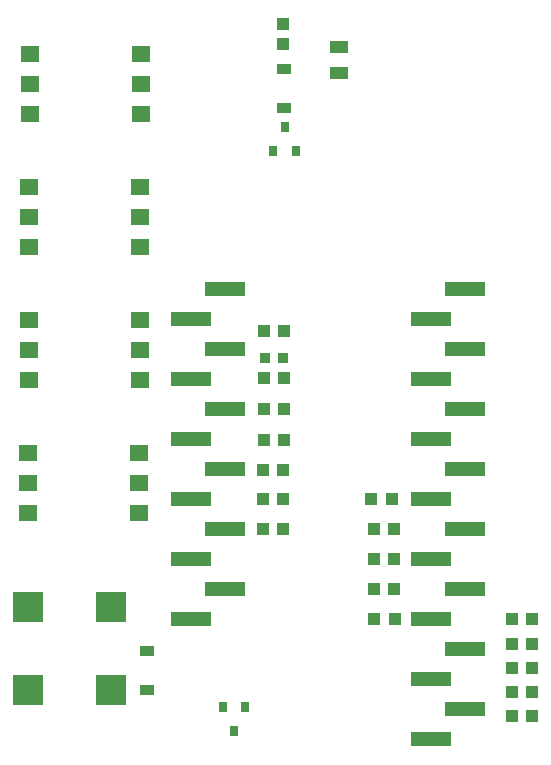
<source format=gtp>
G04 EAGLE Gerber RS-274X export*
G75*
%MOMM*%
%FSLAX34Y34*%
%LPD*%
%INSolderpaste Top*%
%IPPOS*%
%AMOC8*
5,1,8,0,0,1.08239X$1,22.5*%
G01*
%ADD10R,1.000000X1.100000*%
%ADD11R,0.800000X0.900000*%
%ADD12R,1.600000X1.450000*%
%ADD13R,1.100000X1.000000*%
%ADD14R,0.920900X0.970200*%
%ADD15R,1.500000X1.000000*%
%ADD16R,1.250000X0.950000*%
%ADD17R,2.500000X2.500000*%
%ADD18R,3.430000X1.270000*%


D10*
X371740Y243260D03*
X388740Y243260D03*
D11*
X356710Y92730D03*
X337710Y92730D03*
X347210Y72730D03*
D10*
X372600Y344910D03*
X389600Y344910D03*
X372470Y318990D03*
X389470Y318990D03*
X371760Y293770D03*
X388760Y293770D03*
D12*
X267900Y369667D03*
X267900Y395067D03*
X267900Y420467D03*
X173900Y420467D03*
X173900Y395067D03*
X173900Y369667D03*
X267600Y482033D03*
X267600Y507433D03*
X267600Y532833D03*
X173600Y532833D03*
X173600Y507433D03*
X173600Y482033D03*
X268500Y594400D03*
X268500Y619800D03*
X268500Y645200D03*
X174500Y645200D03*
X174500Y619800D03*
X174500Y594400D03*
D11*
X380700Y563550D03*
X399700Y563550D03*
X390200Y583550D03*
D10*
X371800Y268700D03*
X388800Y268700D03*
D13*
X388890Y653920D03*
X388890Y670920D03*
D10*
X389680Y370862D03*
X372680Y370862D03*
D14*
X373194Y388606D03*
X388686Y388606D03*
D15*
X436400Y651400D03*
X436400Y629400D03*
D16*
X273800Y107250D03*
X273800Y140250D03*
X389800Y632750D03*
X389800Y599750D03*
D10*
X582950Y84950D03*
X599950Y84950D03*
X599900Y166850D03*
X582900Y166850D03*
X599900Y146350D03*
X582900Y146350D03*
X599950Y125850D03*
X582950Y125850D03*
X600050Y105450D03*
X583050Y105450D03*
X372600Y411300D03*
X389600Y411300D03*
D12*
X266750Y257300D03*
X266750Y282700D03*
X266750Y308100D03*
X172750Y308100D03*
X172750Y282700D03*
X172750Y257300D03*
D10*
X466300Y167100D03*
X483300Y167100D03*
X466100Y192500D03*
X483100Y192500D03*
X465900Y217900D03*
X482900Y217900D03*
X465600Y243100D03*
X482600Y243100D03*
X463700Y268700D03*
X480700Y268700D03*
D17*
X172850Y107350D03*
X242850Y107350D03*
X242850Y177350D03*
X172850Y177350D03*
D18*
X514100Y65400D03*
X543300Y90800D03*
X514100Y116200D03*
X543300Y141600D03*
X514100Y167000D03*
X543300Y192400D03*
X514100Y217800D03*
X543300Y243200D03*
X514100Y268600D03*
X543300Y294000D03*
X514100Y319400D03*
X543300Y344800D03*
X514100Y370200D03*
X543300Y395600D03*
X514100Y421000D03*
X543300Y446400D03*
X310900Y167000D03*
X340100Y192400D03*
X310900Y217800D03*
X340100Y243200D03*
X310900Y268600D03*
X340100Y294000D03*
X310900Y319400D03*
X340100Y344800D03*
X310900Y370200D03*
X340100Y395600D03*
X310900Y421000D03*
X340100Y446400D03*
M02*

</source>
